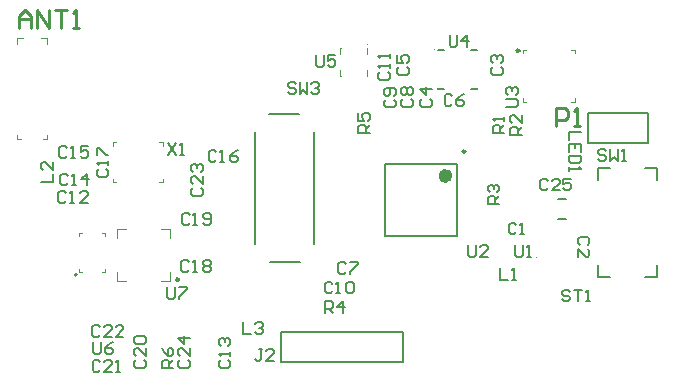
<source format=gto>
%FSLAX24Y24*%
%MOIN*%
G70*
G01*
G75*
G04 Layer_Color=65535*
%ADD10R,0.0787X0.0492*%
%ADD11O,0.0098X0.0335*%
%ADD12R,0.0532X0.0256*%
%ADD13O,0.0354X0.0157*%
%ADD14R,0.0591X0.0945*%
%ADD15O,0.0354X0.0110*%
%ADD16O,0.0110X0.0354*%
%ADD17R,0.0945X0.0945*%
%ADD18R,0.0591X0.0748*%
%ADD19R,0.0591X0.0591*%
%ADD20R,0.0433X0.0394*%
%ADD21R,0.0276X0.0354*%
%ADD22R,0.0354X0.0276*%
%ADD23R,0.0118X0.0193*%
%ADD24R,0.0118X0.0205*%
%ADD25R,0.0512X0.0591*%
%ADD26C,0.0394*%
%ADD27R,0.0236X0.0394*%
%ADD28R,0.0591X0.0512*%
%ADD29O,0.0532X0.0217*%
%ADD30O,0.0217X0.0532*%
%ADD31R,0.0138X0.0394*%
%ADD32R,0.0512X0.0413*%
%ADD33R,0.0315X0.0394*%
%ADD34R,0.0591X0.0276*%
%ADD35C,0.0079*%
%ADD36C,0.0197*%
%ADD37C,0.0354*%
%ADD38C,0.0276*%
%ADD39C,0.0394*%
%ADD40C,0.0063*%
%ADD41C,0.0118*%
%ADD42C,0.0157*%
%ADD43C,0.0100*%
%ADD44R,0.0787X0.0492*%
%ADD45R,0.1811X0.0197*%
%ADD46R,0.0197X0.2589*%
%ADD47R,0.1004X0.0197*%
%ADD48R,0.0197X0.1969*%
%ADD49C,0.0669*%
%ADD50R,0.0669X0.0669*%
%ADD51C,0.0315*%
%ADD52C,0.0709*%
%ADD53C,0.0197*%
%ADD54C,0.0276*%
%ADD55C,0.0236*%
%ADD56C,0.0354*%
%ADD57R,0.1024X0.1378*%
%ADD58R,0.0669X0.0315*%
%ADD59C,0.0039*%
%ADD60C,0.0098*%
%ADD61C,0.0236*%
D35*
X2146Y-8071D02*
G03*
X2146Y-8071I-39J0D01*
G01*
X13000Y-11000D02*
Y-10000D01*
X8941D02*
X13000D01*
X8941Y-11000D02*
Y-10000D01*
Y-11000D02*
X13000D01*
X14193Y-591D02*
Y-571D01*
Y-1870D02*
Y-1850D01*
X15492Y-591D02*
Y-571D01*
Y-1870D02*
Y-1850D01*
X14193Y-571D02*
X14386D01*
X15299D02*
X15492D01*
X14193Y-1870D02*
X14386D01*
X15299D02*
X15492D01*
X19169Y-3689D02*
Y-2689D01*
Y-3689D02*
X21169D01*
Y-2689D01*
X19169D02*
X21169D01*
X18179Y-6230D02*
X18455D01*
X18179Y-5561D02*
X18455D01*
X12421Y-6791D02*
Y-4390D01*
X14823Y-6791D02*
Y-4390D01*
X12421Y-6791D02*
X14823D01*
X12421Y-4390D02*
X14823D01*
X19518Y-8159D02*
Y-7766D01*
Y-8159D02*
X19911D01*
X19518Y-4911D02*
Y-4518D01*
X19911D01*
X21093Y-8159D02*
X21486D01*
Y-7766D01*
Y-4911D02*
Y-4518D01*
X21093D02*
X21486D01*
X8071Y-7047D02*
Y-3307D01*
X8543Y-2717D02*
X9543D01*
X10039Y-7047D02*
Y-3307D01*
X8571Y-7638D02*
X9571D01*
X8333Y-10561D02*
X8202D01*
X8268D01*
Y-10889D01*
X8202Y-10955D01*
X8136D01*
X8071Y-10889D01*
X8727Y-10955D02*
X8464D01*
X8727Y-10692D01*
Y-10627D01*
X8661Y-10561D01*
X8530D01*
X8464Y-10627D01*
X17841Y-4938D02*
X17776Y-4872D01*
X17644D01*
X17579Y-4938D01*
Y-5200D01*
X17644Y-5266D01*
X17776D01*
X17841Y-5200D01*
X18235Y-5266D02*
X17972D01*
X18235Y-5003D01*
Y-4938D01*
X18169Y-4872D01*
X18038D01*
X17972Y-4938D01*
X18628Y-4872D02*
X18366D01*
Y-5069D01*
X18497Y-5003D01*
X18563D01*
X18628Y-5069D01*
Y-5200D01*
X18563Y-5266D01*
X18431D01*
X18366Y-5200D01*
X16447Y-2480D02*
X16775D01*
X16841Y-2415D01*
Y-2284D01*
X16775Y-2218D01*
X16447D01*
X16513Y-2087D02*
X16447Y-2021D01*
Y-1890D01*
X16513Y-1824D01*
X16578D01*
X16644Y-1890D01*
Y-1956D01*
Y-1890D01*
X16709Y-1824D01*
X16775D01*
X16841Y-1890D01*
Y-2021D01*
X16775Y-2087D01*
X5197Y-3701D02*
X5459Y-4094D01*
Y-3701D02*
X5197Y-4094D01*
X5590D02*
X5722D01*
X5656D01*
Y-3701D01*
X5590Y-3767D01*
X5148Y-8494D02*
Y-8822D01*
X5213Y-8888D01*
X5344D01*
X5410Y-8822D01*
Y-8494D01*
X5541D02*
X5804D01*
Y-8560D01*
X5541Y-8822D01*
Y-8888D01*
X2687Y-10335D02*
Y-10663D01*
X2753Y-10728D01*
X2884D01*
X2949Y-10663D01*
Y-10335D01*
X3343D02*
X3212Y-10400D01*
X3081Y-10532D01*
Y-10663D01*
X3146Y-10728D01*
X3277D01*
X3343Y-10663D01*
Y-10597D01*
X3277Y-10532D01*
X3081D01*
X10108Y-748D02*
Y-1076D01*
X10174Y-1142D01*
X10305D01*
X10371Y-1076D01*
Y-748D01*
X10764D02*
X10502D01*
Y-945D01*
X10633Y-879D01*
X10699D01*
X10764Y-945D01*
Y-1076D01*
X10699Y-1142D01*
X10567D01*
X10502Y-1076D01*
X14567Y-79D02*
Y-407D01*
X14633Y-472D01*
X14764D01*
X14829Y-407D01*
Y-79D01*
X15157Y-472D02*
Y-79D01*
X14961Y-276D01*
X15223D01*
X15197Y-7087D02*
Y-7415D01*
X15262Y-7480D01*
X15394D01*
X15459Y-7415D01*
Y-7087D01*
X15853Y-7480D02*
X15590D01*
X15853Y-7218D01*
Y-7152D01*
X15787Y-7087D01*
X15656D01*
X15590Y-7152D01*
X16752Y-7077D02*
Y-7405D01*
X16818Y-7470D01*
X16949D01*
X17014Y-7405D01*
Y-7077D01*
X17146Y-7470D02*
X17277D01*
X17211D01*
Y-7077D01*
X17146Y-7142D01*
X9436Y-1709D02*
X9370Y-1644D01*
X9239D01*
X9173Y-1709D01*
Y-1775D01*
X9239Y-1841D01*
X9370D01*
X9436Y-1906D01*
Y-1972D01*
X9370Y-2037D01*
X9239D01*
X9173Y-1972D01*
X9567Y-1644D02*
Y-2037D01*
X9698Y-1906D01*
X9829Y-2037D01*
Y-1644D01*
X9960Y-1709D02*
X10026Y-1644D01*
X10157D01*
X10223Y-1709D01*
Y-1775D01*
X10157Y-1841D01*
X10092D01*
X10157D01*
X10223Y-1906D01*
Y-1972D01*
X10157Y-2037D01*
X10026D01*
X9960Y-1972D01*
X19790Y-3963D02*
X19724Y-3898D01*
X19593D01*
X19528Y-3963D01*
Y-4029D01*
X19593Y-4095D01*
X19724D01*
X19790Y-4160D01*
Y-4226D01*
X19724Y-4291D01*
X19593D01*
X19528Y-4226D01*
X19921Y-3898D02*
Y-4291D01*
X20052Y-4160D01*
X20184Y-4291D01*
Y-3898D01*
X20315Y-4291D02*
X20446D01*
X20380D01*
Y-3898D01*
X20315Y-3963D01*
X18589Y-8639D02*
X18524Y-8573D01*
X18392D01*
X18327Y-8639D01*
Y-8704D01*
X18392Y-8770D01*
X18524D01*
X18589Y-8835D01*
Y-8901D01*
X18524Y-8967D01*
X18392D01*
X18327Y-8901D01*
X18720Y-8573D02*
X18983D01*
X18852D01*
Y-8967D01*
X19114D02*
X19245D01*
X19180D01*
Y-8573D01*
X19114Y-8639D01*
X5364Y-11171D02*
X4971D01*
Y-10974D01*
X5036Y-10909D01*
X5167D01*
X5233Y-10974D01*
Y-11171D01*
Y-11040D02*
X5364Y-10909D01*
X4971Y-10515D02*
X5036Y-10646D01*
X5167Y-10778D01*
X5299D01*
X5364Y-10712D01*
Y-10581D01*
X5299Y-10515D01*
X5233D01*
X5167Y-10581D01*
Y-10778D01*
X11900Y-3356D02*
X11506D01*
Y-3160D01*
X11572Y-3094D01*
X11703D01*
X11768Y-3160D01*
Y-3356D01*
Y-3225D02*
X11900Y-3094D01*
X11506Y-2700D02*
Y-2963D01*
X11703D01*
X11637Y-2832D01*
Y-2766D01*
X11703Y-2700D01*
X11834D01*
X11900Y-2766D01*
Y-2897D01*
X11834Y-2963D01*
X10423Y-9360D02*
Y-8967D01*
X10620D01*
X10686Y-9032D01*
Y-9163D01*
X10620Y-9229D01*
X10423D01*
X10554D02*
X10686Y-9360D01*
X11014D02*
Y-8967D01*
X10817Y-9163D01*
X11079D01*
X16230Y-5728D02*
X15837D01*
Y-5532D01*
X15902Y-5466D01*
X16034D01*
X16099Y-5532D01*
Y-5728D01*
Y-5597D02*
X16230Y-5466D01*
X15902Y-5335D02*
X15837Y-5269D01*
Y-5138D01*
X15902Y-5072D01*
X15968D01*
X16034Y-5138D01*
Y-5204D01*
Y-5138D01*
X16099Y-5072D01*
X16165D01*
X16230Y-5138D01*
Y-5269D01*
X16165Y-5335D01*
X16988Y-3415D02*
X16595D01*
Y-3219D01*
X16660Y-3153D01*
X16791D01*
X16857Y-3219D01*
Y-3415D01*
Y-3284D02*
X16988Y-3153D01*
Y-2759D02*
Y-3022D01*
X16726Y-2759D01*
X16660D01*
X16595Y-2825D01*
Y-2956D01*
X16660Y-3022D01*
X16398Y-3346D02*
X16004D01*
Y-3150D01*
X16070Y-3084D01*
X16201D01*
X16266Y-3150D01*
Y-3346D01*
Y-3215D02*
X16398Y-3084D01*
Y-2953D02*
Y-2822D01*
Y-2887D01*
X16004D01*
X16070Y-2953D01*
X18947Y-3317D02*
X18553D01*
Y-3579D01*
X18947Y-3973D02*
Y-3711D01*
X18553D01*
Y-3973D01*
X18750Y-3711D02*
Y-3842D01*
X18947Y-4104D02*
X18553D01*
Y-4301D01*
X18619Y-4366D01*
X18881D01*
X18947Y-4301D01*
Y-4104D01*
X18553Y-4498D02*
Y-4629D01*
Y-4563D01*
X18947D01*
X18881Y-4498D01*
X7687Y-9665D02*
Y-10059D01*
X7949D01*
X8081Y-9731D02*
X8146Y-9665D01*
X8277D01*
X8343Y-9731D01*
Y-9797D01*
X8277Y-9862D01*
X8212D01*
X8277D01*
X8343Y-9928D01*
Y-9993D01*
X8277Y-10059D01*
X8146D01*
X8081Y-9993D01*
X965Y-4980D02*
X1358D01*
Y-4718D01*
Y-4324D02*
Y-4587D01*
X1096Y-4324D01*
X1030D01*
X965Y-4390D01*
Y-4521D01*
X1030Y-4587D01*
X16260Y-7845D02*
Y-8238D01*
X16522D01*
X16653D02*
X16785D01*
X16719D01*
Y-7845D01*
X16653Y-7910D01*
X5597Y-10919D02*
X5532Y-10984D01*
Y-11116D01*
X5597Y-11181D01*
X5860D01*
X5925Y-11116D01*
Y-10984D01*
X5860Y-10919D01*
X5925Y-10525D02*
Y-10788D01*
X5663Y-10525D01*
X5597D01*
X5532Y-10591D01*
Y-10722D01*
X5597Y-10788D01*
X5925Y-10197D02*
X5532D01*
X5728Y-10394D01*
Y-10132D01*
X6020Y-5181D02*
X5955Y-5246D01*
Y-5377D01*
X6020Y-5443D01*
X6283D01*
X6348Y-5377D01*
Y-5246D01*
X6283Y-5181D01*
X6348Y-4787D02*
Y-5049D01*
X6086Y-4787D01*
X6020D01*
X5955Y-4853D01*
Y-4984D01*
X6020Y-5049D01*
Y-4656D02*
X5955Y-4590D01*
Y-4459D01*
X6020Y-4393D01*
X6086D01*
X6152Y-4459D01*
Y-4525D01*
Y-4459D01*
X6217Y-4393D01*
X6283D01*
X6348Y-4459D01*
Y-4590D01*
X6283Y-4656D01*
X2910Y-9810D02*
X2844Y-9744D01*
X2713D01*
X2648Y-9810D01*
Y-10072D01*
X2713Y-10138D01*
X2844D01*
X2910Y-10072D01*
X3304Y-10138D02*
X3041D01*
X3304Y-9875D01*
Y-9810D01*
X3238Y-9744D01*
X3107D01*
X3041Y-9810D01*
X3697Y-10138D02*
X3435D01*
X3697Y-9875D01*
Y-9810D01*
X3632Y-9744D01*
X3500D01*
X3435Y-9810D01*
X2930Y-10981D02*
X2864Y-10915D01*
X2733D01*
X2667Y-10981D01*
Y-11243D01*
X2733Y-11309D01*
X2864D01*
X2930Y-11243D01*
X3323Y-11309D02*
X3061D01*
X3323Y-11047D01*
Y-10981D01*
X3258Y-10915D01*
X3126D01*
X3061Y-10981D01*
X3454Y-11309D02*
X3586D01*
X3520D01*
Y-10915D01*
X3454Y-10981D01*
X4111Y-10909D02*
X4045Y-10974D01*
Y-11106D01*
X4111Y-11171D01*
X4373D01*
X4439Y-11106D01*
Y-10974D01*
X4373Y-10909D01*
X4439Y-10515D02*
Y-10778D01*
X4177Y-10515D01*
X4111D01*
X4045Y-10581D01*
Y-10712D01*
X4111Y-10778D01*
Y-10384D02*
X4045Y-10319D01*
Y-10187D01*
X4111Y-10122D01*
X4373D01*
X4439Y-10187D01*
Y-10319D01*
X4373Y-10384D01*
X4111D01*
X5902Y-6089D02*
X5837Y-6024D01*
X5705D01*
X5640Y-6089D01*
Y-6352D01*
X5705Y-6417D01*
X5837D01*
X5902Y-6352D01*
X6033Y-6417D02*
X6165D01*
X6099D01*
Y-6024D01*
X6033Y-6089D01*
X6361Y-6352D02*
X6427Y-6417D01*
X6558D01*
X6624Y-6352D01*
Y-6089D01*
X6558Y-6024D01*
X6427D01*
X6361Y-6089D01*
Y-6155D01*
X6427Y-6221D01*
X6624D01*
X5882Y-7664D02*
X5817Y-7599D01*
X5686D01*
X5620Y-7664D01*
Y-7927D01*
X5686Y-7992D01*
X5817D01*
X5882Y-7927D01*
X6014Y-7992D02*
X6145D01*
X6079D01*
Y-7599D01*
X6014Y-7664D01*
X6342D02*
X6407Y-7599D01*
X6538D01*
X6604Y-7664D01*
Y-7730D01*
X6538Y-7795D01*
X6604Y-7861D01*
Y-7927D01*
X6538Y-7992D01*
X6407D01*
X6342Y-7927D01*
Y-7861D01*
X6407Y-7795D01*
X6342Y-7730D01*
Y-7664D01*
X6407Y-7795D02*
X6538D01*
X2871Y-4560D02*
X2805Y-4626D01*
Y-4757D01*
X2871Y-4823D01*
X3133D01*
X3199Y-4757D01*
Y-4626D01*
X3133Y-4560D01*
X3199Y-4429D02*
Y-4298D01*
Y-4364D01*
X2805D01*
X2871Y-4429D01*
X2805Y-4101D02*
Y-3839D01*
X2871D01*
X3133Y-4101D01*
X3199D01*
X6798Y-3983D02*
X6732Y-3917D01*
X6601D01*
X6535Y-3983D01*
Y-4245D01*
X6601Y-4311D01*
X6732D01*
X6798Y-4245D01*
X6929Y-4311D02*
X7060D01*
X6995D01*
Y-3917D01*
X6929Y-3983D01*
X7519Y-3917D02*
X7388Y-3983D01*
X7257Y-4114D01*
Y-4245D01*
X7323Y-4311D01*
X7454D01*
X7519Y-4245D01*
Y-4180D01*
X7454Y-4114D01*
X7257D01*
X1808Y-3845D02*
X1742Y-3780D01*
X1611D01*
X1545Y-3845D01*
Y-4108D01*
X1611Y-4173D01*
X1742D01*
X1808Y-4108D01*
X1939Y-4173D02*
X2070D01*
X2004D01*
Y-3780D01*
X1939Y-3845D01*
X2529Y-3780D02*
X2267D01*
Y-3976D01*
X2398Y-3911D01*
X2464D01*
X2529Y-3976D01*
Y-4108D01*
X2464Y-4173D01*
X2332D01*
X2267Y-4108D01*
X1837Y-4770D02*
X1772Y-4705D01*
X1640D01*
X1575Y-4770D01*
Y-5033D01*
X1640Y-5098D01*
X1772D01*
X1837Y-5033D01*
X1968Y-5098D02*
X2100D01*
X2034D01*
Y-4705D01*
X1968Y-4770D01*
X2493Y-5098D02*
Y-4705D01*
X2296Y-4902D01*
X2559D01*
X6936Y-10919D02*
X6870Y-10984D01*
Y-11116D01*
X6936Y-11181D01*
X7198D01*
X7264Y-11116D01*
Y-10984D01*
X7198Y-10919D01*
X7264Y-10788D02*
Y-10656D01*
Y-10722D01*
X6870D01*
X6936Y-10788D01*
Y-10460D02*
X6870Y-10394D01*
Y-10263D01*
X6936Y-10197D01*
X7001D01*
X7067Y-10263D01*
Y-10328D01*
Y-10263D01*
X7133Y-10197D01*
X7198D01*
X7264Y-10263D01*
Y-10394D01*
X7198Y-10460D01*
X1778Y-5351D02*
X1713Y-5286D01*
X1581D01*
X1516Y-5351D01*
Y-5614D01*
X1581Y-5679D01*
X1713D01*
X1778Y-5614D01*
X1909Y-5679D02*
X2041D01*
X1975D01*
Y-5286D01*
X1909Y-5351D01*
X2500Y-5679D02*
X2237D01*
X2500Y-5417D01*
Y-5351D01*
X2434Y-5286D01*
X2303D01*
X2237Y-5351D01*
X12251Y-1322D02*
X12185Y-1388D01*
Y-1519D01*
X12251Y-1585D01*
X12513D01*
X12579Y-1519D01*
Y-1388D01*
X12513Y-1322D01*
X12579Y-1191D02*
Y-1060D01*
Y-1125D01*
X12185D01*
X12251Y-1191D01*
X12579Y-863D02*
Y-732D01*
Y-798D01*
X12185D01*
X12251Y-863D01*
X10666Y-8373D02*
X10600Y-8307D01*
X10469D01*
X10404Y-8373D01*
Y-8635D01*
X10469Y-8701D01*
X10600D01*
X10666Y-8635D01*
X10797Y-8701D02*
X10928D01*
X10863D01*
Y-8307D01*
X10797Y-8373D01*
X11125D02*
X11191Y-8307D01*
X11322D01*
X11387Y-8373D01*
Y-8635D01*
X11322Y-8701D01*
X11191D01*
X11125Y-8635D01*
Y-8373D01*
X12448Y-2238D02*
X12382Y-2303D01*
Y-2434D01*
X12448Y-2500D01*
X12710D01*
X12776Y-2434D01*
Y-2303D01*
X12710Y-2238D01*
Y-2106D02*
X12776Y-2041D01*
Y-1910D01*
X12710Y-1844D01*
X12448D01*
X12382Y-1910D01*
Y-2041D01*
X12448Y-2106D01*
X12513D01*
X12579Y-2041D01*
Y-1844D01*
X13028Y-2228D02*
X12963Y-2293D01*
Y-2425D01*
X13028Y-2490D01*
X13291D01*
X13356Y-2425D01*
Y-2293D01*
X13291Y-2228D01*
X13028Y-2097D02*
X12963Y-2031D01*
Y-1900D01*
X13028Y-1834D01*
X13094D01*
X13160Y-1900D01*
X13225Y-1834D01*
X13291D01*
X13356Y-1900D01*
Y-2031D01*
X13291Y-2097D01*
X13225D01*
X13160Y-2031D01*
X13094Y-2097D01*
X13028D01*
X13160Y-2031D02*
Y-1900D01*
X11129Y-7713D02*
X11063Y-7648D01*
X10932D01*
X10866Y-7713D01*
Y-7976D01*
X10932Y-8041D01*
X11063D01*
X11129Y-7976D01*
X11260Y-7648D02*
X11522D01*
Y-7713D01*
X11260Y-7976D01*
Y-8041D01*
X14662Y-2123D02*
X14596Y-2057D01*
X14465D01*
X14400Y-2123D01*
Y-2385D01*
X14465Y-2451D01*
X14596D01*
X14662Y-2385D01*
X15056Y-2057D02*
X14924Y-2123D01*
X14793Y-2254D01*
Y-2385D01*
X14859Y-2451D01*
X14990D01*
X15056Y-2385D01*
Y-2320D01*
X14990Y-2254D01*
X14793D01*
X12881Y-1145D02*
X12815Y-1211D01*
Y-1342D01*
X12881Y-1407D01*
X13143D01*
X13209Y-1342D01*
Y-1211D01*
X13143Y-1145D01*
X12815Y-752D02*
Y-1014D01*
X13012D01*
X12946Y-883D01*
Y-817D01*
X13012Y-752D01*
X13143D01*
X13209Y-817D01*
Y-948D01*
X13143Y-1014D01*
X13648Y-2218D02*
X13583Y-2284D01*
Y-2415D01*
X13648Y-2480D01*
X13911D01*
X13976Y-2415D01*
Y-2284D01*
X13911Y-2218D01*
X13976Y-1890D02*
X13583D01*
X13780Y-2087D01*
Y-1824D01*
X16030Y-1145D02*
X15965Y-1211D01*
Y-1342D01*
X16030Y-1407D01*
X16293D01*
X16358Y-1342D01*
Y-1211D01*
X16293Y-1145D01*
X16030Y-1014D02*
X15965Y-948D01*
Y-817D01*
X16030Y-752D01*
X16096D01*
X16161Y-817D01*
Y-883D01*
Y-817D01*
X16227Y-752D01*
X16293D01*
X16358Y-817D01*
Y-948D01*
X16293Y-1014D01*
X19167Y-7083D02*
X19232Y-7018D01*
Y-6886D01*
X19167Y-6821D01*
X18904D01*
X18839Y-6886D01*
Y-7018D01*
X18904Y-7083D01*
X18839Y-7477D02*
Y-7214D01*
X19101Y-7477D01*
X19167D01*
X19232Y-7411D01*
Y-7280D01*
X19167Y-7214D01*
X16798Y-6404D02*
X16732Y-6339D01*
X16601D01*
X16535Y-6404D01*
Y-6667D01*
X16601Y-6732D01*
X16732D01*
X16798Y-6667D01*
X16929Y-6732D02*
X17060D01*
X16995D01*
Y-6339D01*
X16929Y-6404D01*
D43*
X221Y146D02*
Y545D01*
X421Y745D01*
X621Y545D01*
Y146D01*
Y445D01*
X221D01*
X821Y146D02*
Y745D01*
X1221Y146D01*
Y745D01*
X1420D02*
X1820D01*
X1620D01*
Y146D01*
X2020D02*
X2220D01*
X2120D01*
Y745D01*
X2020Y645D01*
X18110Y-3110D02*
Y-2510D01*
X18410D01*
X18510Y-2610D01*
Y-2810D01*
X18410Y-2910D01*
X18110D01*
X18710Y-3110D02*
X18910D01*
X18810D01*
Y-2510D01*
X18710Y-2610D01*
D59*
X11850Y-394D02*
G03*
X11850Y-394I-20J0D01*
G01*
X14055Y-571D02*
G03*
X14055Y-571I-20J0D01*
G01*
X17480Y-7500D02*
G03*
X17480Y-7500I-20J0D01*
G01*
X138Y-3563D02*
Y-3406D01*
Y-3563D02*
X295D01*
X1004D02*
X1161D01*
Y-3406D01*
X138Y-374D02*
Y-177D01*
X335D01*
X965D02*
X1161D01*
Y-374D02*
Y-177D01*
X11821Y-531D02*
X11831D01*
X10925D02*
X10935D01*
X11821Y-1437D02*
X11831D01*
X10925D02*
X10935D01*
X11831Y-730D02*
Y-531D01*
Y-1437D02*
Y-1238D01*
X10925Y-730D02*
Y-531D01*
Y-1437D02*
Y-1238D01*
X5246Y-8297D02*
Y-8002D01*
X4951Y-8297D02*
X5246D01*
X3494D02*
X3789D01*
X3494D02*
Y-8002D01*
Y-6841D02*
Y-6545D01*
X3789D01*
X5246Y-6841D02*
Y-6545D01*
X4951D02*
X5246D01*
X18740Y-689D02*
Y-571D01*
X18622D02*
X18740D01*
X18622Y-2303D02*
X18740D01*
Y-2185D01*
X17008Y-571D02*
X17126D01*
X17008Y-689D02*
Y-571D01*
Y-2303D02*
X17126D01*
X17008D02*
Y-2185D01*
X3091Y-6791D02*
Y-6693D01*
X2992D02*
X3091D01*
X2205Y-6791D02*
Y-6693D01*
X2303D01*
X2205Y-7972D02*
Y-7874D01*
Y-7972D02*
X2303D01*
X3091D02*
Y-7874D01*
X2992Y-7972D02*
X3091D01*
X4882Y-5000D02*
X5000D01*
Y-4882D01*
X3346Y-5000D02*
X3465D01*
X3346D02*
Y-4882D01*
Y-3780D02*
Y-3661D01*
X3465D01*
X5000Y-3780D02*
Y-3661D01*
X4882D02*
X5000D01*
D60*
X5551Y-8238D02*
G03*
X5551Y-8238I-49J0D01*
G01*
X16900Y-610D02*
G03*
X16900Y-610I-49J0D01*
G01*
X15098Y-3967D02*
G03*
X15098Y-3967I-49J0D01*
G01*
D61*
X14547Y-4783D02*
G03*
X14547Y-4783I-118J0D01*
G01*
M02*

</source>
